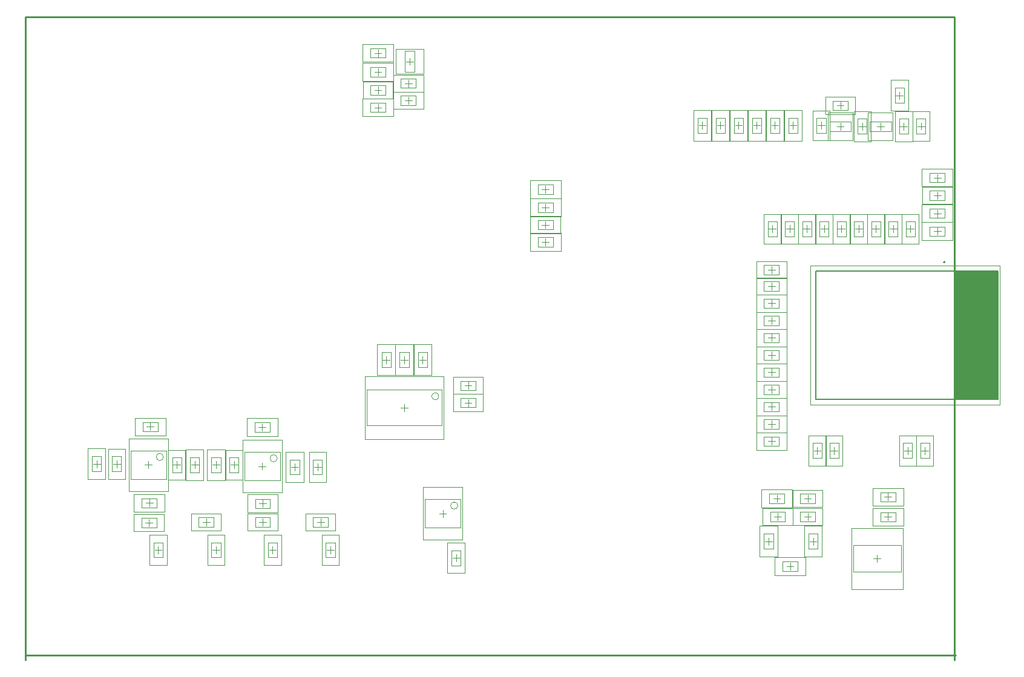
<source format=gko>
G04*
G04 #@! TF.GenerationSoftware,Altium Limited,Altium Designer,22.0.2 (36)*
G04*
G04 Layer_Color=16711935*
%FSLAX44Y44*%
%MOMM*%
G71*
G04*
G04 #@! TF.SameCoordinates,44A75C0C-92E7-4886-82EC-FF5ABF5C97BD*
G04*
G04*
G04 #@! TF.FilePolarity,Positive*
G04*
G01*
G75*
%ADD11C,0.2540*%
%ADD13C,0.2000*%
%ADD14C,0.1000*%
%ADD15C,0.1270*%
%ADD16C,0.0500*%
G36*
X1360670Y364660D02*
X1300670D01*
Y544660D01*
X1360670D01*
Y364660D01*
D02*
G37*
D11*
X1300000Y0D02*
Y900000D01*
X0D02*
X1300000D01*
X1270Y6350D02*
X1301270D01*
X0Y0D02*
Y900000D01*
X1328170Y499660D02*
X1336634D01*
X1340866Y495428D01*
X1336634Y491196D01*
X1328170D01*
X1334518D01*
Y499660D01*
X1328170Y486964D02*
X1340866D01*
X1328170Y478500D01*
X1340866D01*
Y474268D02*
Y465804D01*
Y470036D01*
X1328170D01*
X1340866Y453108D02*
Y461572D01*
X1328170D01*
Y453108D01*
X1334518Y461572D02*
Y457340D01*
X1328170Y448876D02*
X1340866D01*
X1328170Y440412D01*
X1340866D01*
X1328170Y436181D02*
X1340866D01*
X1328170Y427717D01*
X1340866D01*
X1328170Y423485D02*
X1336634D01*
X1340866Y419253D01*
X1336634Y415021D01*
X1328170D01*
X1334518D01*
Y423485D01*
D13*
X1286770Y556660D02*
G03*
X1286770Y556660I-1000J0D01*
G01*
D14*
X578500Y369000D02*
G03*
X578500Y369000I-5000J0D01*
G01*
X605000Y216000D02*
G03*
X605000Y216000I-5000J0D01*
G01*
X352450Y282210D02*
G03*
X352450Y282210I-5000J0D01*
G01*
X193200Y284080D02*
G03*
X193200Y284080I-5000J0D01*
G01*
X1125270Y753760D02*
X1155270D01*
X1125270Y739760D02*
X1155270D01*
Y753760D01*
X1125270Y739760D02*
Y753760D01*
X1158170Y160320D02*
X1225170D01*
X1158170Y123320D02*
X1225170D01*
Y160320D01*
X1158170Y123320D02*
Y160320D01*
X477500Y378000D02*
X582500D01*
X477500Y328000D02*
X582500D01*
Y378000D01*
X477500Y328000D02*
Y378000D01*
X559000Y185000D02*
Y225000D01*
X609000Y185000D02*
Y225000D01*
X559000Y185000D02*
X609000D01*
X559000Y225000D02*
X609000D01*
X306450Y251210D02*
Y291210D01*
X356450Y251210D02*
Y291210D01*
X306450Y251210D02*
X356450D01*
X306450Y291210D02*
X356450D01*
X147200Y253080D02*
Y293080D01*
X197200Y253080D02*
Y293080D01*
X147200Y253080D02*
X197200D01*
X147200Y293080D02*
X197200D01*
X1084060Y232320D02*
X1105060D01*
X1084060Y219320D02*
X1105060D01*
X1084060D02*
Y232320D01*
X1105060Y219320D02*
Y232320D01*
X1042150Y206920D02*
X1063150D01*
X1042150Y193920D02*
X1063150D01*
X1042150D02*
Y206920D01*
X1063150Y193920D02*
Y206920D01*
X1084060D02*
X1105060D01*
X1084060Y193920D02*
X1105060D01*
X1084060D02*
Y206920D01*
X1105060Y193920D02*
Y206920D01*
X525500Y813500D02*
X546500D01*
X525500Y800500D02*
X546500D01*
X525500D02*
Y813500D01*
X546500Y800500D02*
Y813500D01*
X525500Y776500D02*
X546500D01*
X525500Y789500D02*
X546500D01*
Y776500D02*
Y789500D01*
X525500Y776500D02*
Y789500D01*
X596160Y132230D02*
Y153230D01*
X609160Y132230D02*
Y153230D01*
X596160Y132230D02*
X609160D01*
X596160Y153230D02*
X609160D01*
X1033440Y336700D02*
X1054440D01*
X1033440Y323700D02*
X1054440D01*
X1033440D02*
Y336700D01*
X1054440Y323700D02*
Y336700D01*
X1159360Y592750D02*
Y613750D01*
X1172360Y592750D02*
Y613750D01*
X1159360Y592750D02*
X1172360D01*
X1159360Y613750D02*
X1172360D01*
X1033440Y360830D02*
X1054440D01*
X1033440Y347830D02*
X1054440D01*
X1033440D02*
Y360830D01*
X1054440Y347830D02*
Y360830D01*
X1033440Y552600D02*
X1054440D01*
X1033440Y539600D02*
X1054440D01*
X1033440D02*
Y552600D01*
X1054440Y539600D02*
Y552600D01*
X1033440Y396090D02*
X1054440D01*
X1033440Y409090D02*
X1054440D01*
Y396090D02*
Y409090D01*
X1033440Y396090D02*
Y409090D01*
Y312570D02*
X1054440D01*
X1033440Y299570D02*
X1054440D01*
X1033440D02*
Y312570D01*
X1054440Y299570D02*
Y312570D01*
X1033440Y420220D02*
X1054440D01*
X1033440Y433220D02*
X1054440D01*
Y420220D02*
Y433220D01*
X1033440Y420220D02*
Y433220D01*
Y444350D02*
X1054440D01*
X1033440Y457350D02*
X1054440D01*
Y444350D02*
Y457350D01*
X1033440Y444350D02*
Y457350D01*
Y468480D02*
X1054440D01*
X1033440Y481480D02*
X1054440D01*
Y468480D02*
Y481480D01*
X1033440Y468480D02*
Y481480D01*
Y492610D02*
X1054440D01*
X1033440Y505610D02*
X1054440D01*
Y492610D02*
Y505610D01*
X1033440Y492610D02*
Y505610D01*
Y516740D02*
X1054440D01*
X1033440Y529740D02*
X1054440D01*
Y516740D02*
Y529740D01*
X1033440Y516740D02*
Y529740D01*
X1086970Y592750D02*
Y613750D01*
X1099970Y592750D02*
Y613750D01*
X1086970Y592750D02*
X1099970D01*
X1086970Y613750D02*
X1099970D01*
X1183490Y592750D02*
Y613750D01*
X1196490Y592750D02*
Y613750D01*
X1183490Y592750D02*
X1196490D01*
X1183490Y613750D02*
X1196490D01*
X1207620Y592750D02*
Y613750D01*
X1220620Y592750D02*
Y613750D01*
X1207620Y592750D02*
X1220620D01*
X1207620Y613750D02*
X1220620D01*
X1231750Y592750D02*
Y613750D01*
X1244750Y592750D02*
Y613750D01*
X1231750Y592750D02*
X1244750D01*
X1231750Y613750D02*
X1244750D01*
X609012Y390500D02*
X630012D01*
X609012Y377500D02*
X630012D01*
X609012D02*
Y390500D01*
X630012Y377500D02*
Y390500D01*
X609012Y366500D02*
X630012D01*
X609012Y353500D02*
X630012D01*
X609012D02*
Y366500D01*
X630012Y353500D02*
Y366500D01*
X1033440Y384960D02*
X1054440D01*
X1033440Y371960D02*
X1054440D01*
X1033440D02*
Y384960D01*
X1054440Y371960D02*
Y384960D01*
X1051710Y592750D02*
Y613750D01*
X1038710Y592750D02*
Y613750D01*
X1051710D01*
X1038710Y592750D02*
X1051710D01*
X1075840D02*
Y613750D01*
X1062840Y592750D02*
Y613750D01*
X1075840D01*
X1062840Y592750D02*
X1075840D01*
X1124100D02*
Y613750D01*
X1111100Y592750D02*
Y613750D01*
X1124100D01*
X1111100Y592750D02*
X1124100D01*
X1148230D02*
Y613750D01*
X1135230Y592750D02*
Y613750D01*
X1148230D01*
X1135230Y592750D02*
X1148230D01*
X1138070Y282500D02*
Y303500D01*
X1125070Y282500D02*
Y303500D01*
X1138070D01*
X1125070Y282500D02*
X1138070D01*
X1265070D02*
Y303500D01*
X1252070Y282500D02*
Y303500D01*
X1265070D01*
X1252070Y282500D02*
X1265070D01*
X1240940D02*
Y303500D01*
X1227940Y282500D02*
Y303500D01*
X1240940D01*
X1227940Y282500D02*
X1240940D01*
X1246500Y736500D02*
Y757500D01*
X1259500Y736500D02*
Y757500D01*
X1246500Y736500D02*
X1259500D01*
X1246500Y757500D02*
X1259500D01*
X1235510Y736260D02*
Y757260D01*
X1222510Y736260D02*
Y757260D01*
X1235510D01*
X1222510Y736260D02*
X1235510D01*
X1164440D02*
Y757260D01*
X1177440Y736260D02*
Y757260D01*
X1164440Y736260D02*
X1177440D01*
X1164440Y757260D02*
X1177440D01*
X1107100Y737530D02*
Y758530D01*
X1120100Y737530D02*
Y758530D01*
X1107100Y737530D02*
X1120100D01*
X1107100Y758530D02*
X1120100D01*
X1129770Y769470D02*
X1150770D01*
X1129770Y782470D02*
X1150770D01*
Y769470D02*
Y782470D01*
X1129770Y769470D02*
Y782470D01*
X1101500Y282500D02*
Y303500D01*
X1114500Y282500D02*
Y303500D01*
X1101500Y282500D02*
X1114500D01*
X1101500Y303500D02*
X1114500D01*
X162500Y198500D02*
X183500D01*
X162500Y185500D02*
X183500D01*
X162500D02*
Y198500D01*
X183500Y185500D02*
Y198500D01*
X192500Y143500D02*
Y164500D01*
X179500Y143500D02*
Y164500D01*
X192500D01*
X179500Y143500D02*
X192500D01*
X121250Y263850D02*
Y284850D01*
X134250Y263850D02*
Y284850D01*
X121250Y263850D02*
X134250D01*
X121250Y284850D02*
X134250D01*
X242500Y186500D02*
X263500D01*
X242500Y199500D02*
X263500D01*
Y186500D02*
Y199500D01*
X242500Y186500D02*
Y199500D01*
X273500Y143500D02*
Y164500D01*
X260500Y143500D02*
Y164500D01*
X273500D01*
X260500Y143500D02*
X273500D01*
X218500Y262500D02*
Y283500D01*
X205500Y262500D02*
Y283500D01*
X218500D01*
X205500Y262500D02*
X218500D01*
X321500Y199500D02*
X342500D01*
X321500Y186500D02*
X342500D01*
X321500D02*
Y199500D01*
X342500Y186500D02*
Y199500D01*
X352500Y143500D02*
Y164500D01*
X339500Y143500D02*
Y164500D01*
X352500D01*
X339500Y143500D02*
X352500D01*
X285500Y262500D02*
Y283500D01*
X298500Y262500D02*
Y283500D01*
X285500Y262500D02*
X298500D01*
X285500Y283500D02*
X298500D01*
X402500Y186500D02*
X423500D01*
X402500Y199500D02*
X423500D01*
Y186500D02*
Y199500D01*
X402500Y186500D02*
Y199500D01*
X433500Y143500D02*
Y164500D01*
X420500Y143500D02*
Y164500D01*
X433500D01*
X420500Y143500D02*
X433500D01*
X415420Y259440D02*
Y280440D01*
X402420Y259440D02*
Y280440D01*
X415420D01*
X402420Y259440D02*
X415420D01*
X530680Y822620D02*
Y852620D01*
X544680Y822620D02*
Y852620D01*
X530680D02*
X544680D01*
X530680Y822620D02*
X544680D01*
X1181340Y753760D02*
X1211340D01*
X1181340Y739760D02*
X1211340D01*
Y753760D01*
X1181340Y739760D02*
Y753760D01*
X482890Y803830D02*
X503890D01*
X482890Y790830D02*
X503890D01*
X482890D02*
Y803830D01*
X503890Y790830D02*
Y803830D01*
X717110Y615480D02*
X738110D01*
X717110Y602480D02*
X738110D01*
X717110D02*
Y615480D01*
X738110Y602480D02*
Y615480D01*
X1265500Y643500D02*
X1286500D01*
X1265500Y656500D02*
X1286500D01*
Y643500D02*
Y656500D01*
X1265500Y643500D02*
Y656500D01*
X1061880Y219320D02*
Y232320D01*
X1040880Y219320D02*
Y232320D01*
Y219320D02*
X1061880D01*
X1040880Y232320D02*
X1061880D01*
X498500Y430500D02*
X511500D01*
X498500Y409500D02*
X511500D01*
Y430500D01*
X498500Y409500D02*
Y430500D01*
X1067650Y758530D02*
X1080650D01*
X1067650Y737530D02*
X1080650D01*
Y758530D01*
X1067650Y737530D02*
Y758530D01*
X991450D02*
X1004450D01*
X991450Y737530D02*
X1004450D01*
Y758530D01*
X991450Y737530D02*
Y758530D01*
X966050D02*
X979050D01*
X966050Y737530D02*
X979050D01*
Y758530D01*
X966050Y737530D02*
Y758530D01*
X183970Y213240D02*
Y226240D01*
X162970Y213240D02*
Y226240D01*
Y213240D02*
X183970D01*
X162970Y226240D02*
X183970D01*
X185240Y319920D02*
Y332920D01*
X164240Y319920D02*
Y332920D01*
Y319920D02*
X185240D01*
X164240Y332920D02*
X185240D01*
X342500Y212500D02*
Y225500D01*
X321500Y212500D02*
Y225500D01*
Y212500D02*
X342500D01*
X321500Y225500D02*
X342500D01*
X341950Y319320D02*
Y332320D01*
X320950Y319320D02*
Y332320D01*
Y319320D02*
X341950D01*
X320950Y332320D02*
X341950D01*
X1095680Y155630D02*
Y176630D01*
X1108680Y155630D02*
Y176630D01*
X1095680Y155630D02*
X1108680D01*
X1095680Y176630D02*
X1108680D01*
X1196410Y193740D02*
X1217410D01*
X1196410Y206740D02*
X1217410D01*
Y193740D02*
Y206740D01*
X1196410Y193740D02*
Y206740D01*
Y221680D02*
X1217410D01*
X1196410Y234680D02*
X1217410D01*
Y221680D02*
Y234680D01*
X1196410Y221680D02*
Y234680D01*
X1033450Y155630D02*
Y176630D01*
X1046450Y155630D02*
Y176630D01*
X1033450Y155630D02*
X1046450D01*
X1033450Y176630D02*
X1046450D01*
X1059500Y124500D02*
X1080500D01*
X1059500Y137500D02*
X1080500D01*
Y124500D02*
Y137500D01*
X1059500Y124500D02*
Y137500D01*
X562500Y409500D02*
Y430500D01*
X549500Y409500D02*
Y430500D01*
X562500D01*
X549500Y409500D02*
X562500D01*
X536550Y409590D02*
Y430590D01*
X523550Y409590D02*
Y430590D01*
X536550D01*
X523550Y409590D02*
X536550D01*
X482890Y766700D02*
X503890D01*
X482890Y779700D02*
X503890D01*
Y766700D02*
Y779700D01*
X482890Y766700D02*
Y779700D01*
Y816230D02*
X503890D01*
X482890Y829230D02*
X503890D01*
Y816230D02*
Y829230D01*
X482890Y816230D02*
Y829230D01*
Y842900D02*
X503890D01*
X482890Y855900D02*
X503890D01*
Y842900D02*
Y855900D01*
X482890Y842900D02*
Y855900D01*
X717110Y591350D02*
X738110D01*
X717110Y578350D02*
X738110D01*
X717110D02*
Y591350D01*
X738110Y578350D02*
Y591350D01*
X717110Y639610D02*
X738110D01*
X717110Y626610D02*
X738110D01*
X717110D02*
Y639610D01*
X738110Y626610D02*
Y639610D01*
X717110Y665010D02*
X738110D01*
X717110Y652010D02*
X738110D01*
X717110D02*
Y665010D01*
X738110Y652010D02*
Y665010D01*
X1265500Y681500D02*
X1286500D01*
X1265500Y668500D02*
X1286500D01*
X1265500D02*
Y681500D01*
X1286500Y668500D02*
Y681500D01*
X1265500Y593500D02*
X1286500D01*
X1265500Y606500D02*
X1286500D01*
Y593500D02*
Y606500D01*
X1265500Y593500D02*
Y606500D01*
Y618500D02*
X1286500D01*
X1265500Y631500D02*
X1286500D01*
Y618500D02*
Y631500D01*
X1265500Y618500D02*
Y631500D01*
X1229500Y779500D02*
Y800500D01*
X1216500Y779500D02*
Y800500D01*
X1229500D01*
X1216500Y779500D02*
X1229500D01*
X1055250Y737530D02*
Y758530D01*
X1042250Y737530D02*
Y758530D01*
X1055250D01*
X1042250Y737530D02*
X1055250D01*
X1029850D02*
Y758530D01*
X1016850Y737530D02*
Y758530D01*
X1029850D01*
X1016850Y737530D02*
X1029850D01*
X953650D02*
Y758530D01*
X940650Y737530D02*
Y758530D01*
X953650D01*
X940650Y737530D02*
X953650D01*
X93310Y263850D02*
Y284850D01*
X106310Y263850D02*
Y284850D01*
X93310Y263850D02*
X106310D01*
X93310Y284850D02*
X106310D01*
X243500Y262500D02*
Y283500D01*
X230500Y262500D02*
Y283500D01*
X243500D01*
X230500Y262500D02*
X243500D01*
X260500D02*
Y283500D01*
X273500Y262500D02*
Y283500D01*
X260500Y262500D02*
X273500D01*
X260500Y283500D02*
X273500D01*
X383416Y259440D02*
Y280440D01*
X370416Y259440D02*
Y280440D01*
X383416D01*
X370416Y259440D02*
X383416D01*
X1140270Y741760D02*
Y751760D01*
X1135270Y746760D02*
X1145270D01*
X1191670Y136820D02*
Y146820D01*
X1186670Y141820D02*
X1196670D01*
X530000Y348000D02*
Y358000D01*
X525000Y353000D02*
X535000D01*
X579000Y205000D02*
X589000D01*
X584000Y200000D02*
Y210000D01*
X326450Y271210D02*
X336450D01*
X331450Y266210D02*
Y276210D01*
X167200Y273080D02*
X177200D01*
X172200Y268080D02*
Y278080D01*
X1094560Y220820D02*
Y230820D01*
X1089560Y225820D02*
X1099560D01*
X1052650Y195420D02*
Y205420D01*
X1047650Y200420D02*
X1057650D01*
X1094560Y195420D02*
Y205420D01*
X1089560Y200420D02*
X1099560D01*
X536000Y802000D02*
Y812000D01*
X531000Y807000D02*
X541000D01*
X536000Y778000D02*
Y788000D01*
X531000Y783000D02*
X541000D01*
X597660Y142730D02*
X607660D01*
X602660Y137730D02*
Y147730D01*
X1043940Y325200D02*
Y335200D01*
X1038940Y330200D02*
X1048940D01*
X1160860Y603250D02*
X1170860D01*
X1165860Y598250D02*
Y608250D01*
X1043940Y349330D02*
Y359330D01*
X1038940Y354330D02*
X1048940D01*
X1043940Y541100D02*
Y551100D01*
X1038940Y546100D02*
X1048940D01*
X1043940Y397590D02*
Y407590D01*
X1038940Y402590D02*
X1048940D01*
X1043940Y301070D02*
Y311070D01*
X1038940Y306070D02*
X1048940D01*
X1043940Y421720D02*
Y431720D01*
X1038940Y426720D02*
X1048940D01*
X1043940Y445850D02*
Y455850D01*
X1038940Y450850D02*
X1048940D01*
X1043940Y469980D02*
Y479980D01*
X1038940Y474980D02*
X1048940D01*
X1043940Y494110D02*
Y504110D01*
X1038940Y499110D02*
X1048940D01*
X1043940Y518240D02*
Y528240D01*
X1038940Y523240D02*
X1048940D01*
X1088470Y603250D02*
X1098470D01*
X1093470Y598250D02*
Y608250D01*
X1184990Y603250D02*
X1194990D01*
X1189990Y598250D02*
Y608250D01*
X1209120Y603250D02*
X1219120D01*
X1214120Y598250D02*
Y608250D01*
X1233250Y603250D02*
X1243250D01*
X1238250Y598250D02*
Y608250D01*
X619512Y379000D02*
Y389000D01*
X614512Y384000D02*
X624512D01*
X619512Y355000D02*
Y365000D01*
X614512Y360000D02*
X624512D01*
X1043940Y373460D02*
Y383460D01*
X1038940Y378460D02*
X1048940D01*
X1040210Y603250D02*
X1050210D01*
X1045210Y598250D02*
Y608250D01*
X1064340Y603250D02*
X1074340D01*
X1069340Y598250D02*
Y608250D01*
X1112600Y603250D02*
X1122600D01*
X1117600Y598250D02*
Y608250D01*
X1136730Y603250D02*
X1146730D01*
X1141730Y598250D02*
Y608250D01*
X1126570Y293000D02*
X1136570D01*
X1131570Y288000D02*
Y298000D01*
X1253570Y293000D02*
X1263570D01*
X1258570Y288000D02*
Y298000D01*
X1229440Y293000D02*
X1239440D01*
X1234440Y288000D02*
Y298000D01*
X1248000Y747000D02*
X1258000D01*
X1253000Y742000D02*
Y752000D01*
X1224010Y746760D02*
X1234010D01*
X1229010Y741760D02*
Y751760D01*
X1165940Y746760D02*
X1175940D01*
X1170940Y741760D02*
Y751760D01*
X1108600Y748030D02*
X1118600D01*
X1113600Y743030D02*
Y753030D01*
X1140270Y770970D02*
Y780970D01*
X1135270Y775970D02*
X1145270D01*
X1103000Y293000D02*
X1113000D01*
X1108000Y288000D02*
Y298000D01*
X173000Y187000D02*
Y197000D01*
X168000Y192000D02*
X178000D01*
X181000Y154000D02*
X191000D01*
X186000Y149000D02*
Y159000D01*
X122750Y274350D02*
X132750D01*
X127750Y269350D02*
Y279350D01*
X253000Y188000D02*
Y198000D01*
X248000Y193000D02*
X258000D01*
X262000Y154000D02*
X272000D01*
X267000Y149000D02*
Y159000D01*
X207000Y273000D02*
X217000D01*
X212000Y268000D02*
Y278000D01*
X332000Y188000D02*
Y198000D01*
X327000Y193000D02*
X337000D01*
X341000Y154000D02*
X351000D01*
X346000Y149000D02*
Y159000D01*
X287000Y273000D02*
X297000D01*
X292000Y268000D02*
Y278000D01*
X413000Y188000D02*
Y198000D01*
X408000Y193000D02*
X418000D01*
X422000Y154000D02*
X432000D01*
X427000Y149000D02*
Y159000D01*
X403920Y269940D02*
X413920D01*
X408920Y264940D02*
Y274940D01*
X532680Y837620D02*
X542680D01*
X537680Y832620D02*
Y842620D01*
X1196340Y741760D02*
Y751760D01*
X1191340Y746760D02*
X1201340D01*
X493390Y792330D02*
Y802330D01*
X488390Y797330D02*
X498390D01*
X727610Y603980D02*
Y613980D01*
X722610Y608980D02*
X732610D01*
X1276000Y645000D02*
Y655000D01*
X1271000Y650000D02*
X1281000D01*
X1046380Y225820D02*
X1056380D01*
X1051380Y220820D02*
Y230820D01*
X505000Y415000D02*
Y425000D01*
X500000Y420000D02*
X510000D01*
X1074150Y743030D02*
Y753030D01*
X1069150Y748030D02*
X1079150D01*
X997950Y743030D02*
Y753030D01*
X992950Y748030D02*
X1002950D01*
X972550Y743030D02*
Y753030D01*
X967550Y748030D02*
X977550D01*
X168470Y219740D02*
X178470D01*
X173470Y214740D02*
Y224740D01*
X169740Y326420D02*
X179740D01*
X174740Y321420D02*
Y331420D01*
X327000Y219000D02*
X337000D01*
X332000Y214000D02*
Y224000D01*
X326450Y325820D02*
X336450D01*
X331450Y320820D02*
Y330820D01*
X1097180Y166130D02*
X1107180D01*
X1102180Y161130D02*
Y171130D01*
X1206910Y195240D02*
Y205240D01*
X1201910Y200240D02*
X1211910D01*
X1206910Y223180D02*
Y233180D01*
X1201910Y228180D02*
X1211910D01*
X1034950Y166130D02*
X1044950D01*
X1039950Y161130D02*
Y171130D01*
X1070000Y126000D02*
Y136000D01*
X1065000Y131000D02*
X1075000D01*
X551000Y420000D02*
X561000D01*
X556000Y415000D02*
Y425000D01*
X525050Y420090D02*
X535050D01*
X530050Y415090D02*
Y425090D01*
X493390Y768200D02*
Y778200D01*
X488390Y773200D02*
X498390D01*
X493390Y817730D02*
Y827730D01*
X488390Y822730D02*
X498390D01*
X493390Y844400D02*
Y854400D01*
X488390Y849400D02*
X498390D01*
X727610Y579850D02*
Y589850D01*
X722610Y584850D02*
X732610D01*
X727610Y628110D02*
Y638110D01*
X722610Y633110D02*
X732610D01*
X727610Y653510D02*
Y663510D01*
X722610Y658510D02*
X732610D01*
X1276000Y670000D02*
Y680000D01*
X1271000Y675000D02*
X1281000D01*
X1276000Y595000D02*
Y605000D01*
X1271000Y600000D02*
X1281000D01*
X1276000Y620000D02*
Y630000D01*
X1271000Y625000D02*
X1281000D01*
X1218000Y790000D02*
X1228000D01*
X1223000Y785000D02*
Y795000D01*
X1043750Y748030D02*
X1053750D01*
X1048750Y743030D02*
Y753030D01*
X1018350Y748030D02*
X1028350D01*
X1023350Y743030D02*
Y753030D01*
X942150Y748030D02*
X952150D01*
X947150Y743030D02*
Y753030D01*
X94810Y274350D02*
X104810D01*
X99810Y269350D02*
Y279350D01*
X232000Y273000D02*
X242000D01*
X237000Y268000D02*
Y278000D01*
X262000Y273000D02*
X272000D01*
X267000Y268000D02*
Y278000D01*
X371916Y269940D02*
X381916D01*
X376916Y264940D02*
Y274940D01*
D15*
X1360670Y364660D02*
Y544660D01*
X1300670Y364660D02*
X1360670D01*
X1105670D02*
X1300670D01*
X1105670D02*
Y544660D01*
X1300670D01*
X1360670D01*
X1300670Y364660D02*
Y544660D01*
D16*
X1122770Y766010D02*
X1157770D01*
X1122770Y727510D02*
X1157770D01*
Y766010D01*
X1122770Y727510D02*
Y766010D01*
X1155670Y184320D02*
X1227670D01*
X1155670Y99320D02*
X1227670D01*
Y184320D01*
X1155670Y99320D02*
Y184320D01*
X475000Y397000D02*
X585000D01*
X475000Y309000D02*
X585000D01*
Y397000D01*
X475000Y309000D02*
Y397000D01*
X556500Y168000D02*
Y242000D01*
X611500Y168000D02*
Y242000D01*
X556500Y168000D02*
X611500D01*
X556500Y242000D02*
X611500D01*
X303950Y234210D02*
Y308210D01*
X358950Y234210D02*
Y308210D01*
X303950Y234210D02*
X358950D01*
X303950Y308210D02*
X358950D01*
X144700Y236080D02*
Y310080D01*
X199700Y236080D02*
Y310080D01*
X144700Y236080D02*
X199700D01*
X144700Y310080D02*
X199700D01*
X1098170Y552160D02*
X1363170D01*
Y357160D02*
Y552160D01*
X1098170Y357160D02*
X1363170D01*
X1098170D02*
Y552160D01*
X1073560Y237820D02*
X1115560D01*
X1073560Y213820D02*
X1115560D01*
X1073560D02*
Y237820D01*
X1115560Y213820D02*
Y237820D01*
X1031650Y212420D02*
X1073650D01*
X1031650Y188420D02*
X1073650D01*
X1031650D02*
Y212420D01*
X1073650Y188420D02*
Y212420D01*
X1073560D02*
X1115560D01*
X1073560Y188420D02*
X1115560D01*
X1073560D02*
Y212420D01*
X1115560Y188420D02*
Y212420D01*
X515000Y819000D02*
X557000D01*
X515000Y795000D02*
X557000D01*
X515000D02*
Y819000D01*
X557000Y795000D02*
Y819000D01*
X515000Y771000D02*
X557000D01*
X515000Y795000D02*
X557000D01*
Y771000D02*
Y795000D01*
X515000Y771000D02*
Y795000D01*
X590660Y121730D02*
Y163730D01*
X614660Y121730D02*
Y163730D01*
X590660Y121730D02*
X614660D01*
X590660Y163730D02*
X614660D01*
X1022940Y342200D02*
X1064940D01*
X1022940Y318200D02*
X1064940D01*
X1022940D02*
Y342200D01*
X1064940Y318200D02*
Y342200D01*
X1153860Y582250D02*
Y624250D01*
X1177860Y582250D02*
Y624250D01*
X1153860Y582250D02*
X1177860D01*
X1153860Y624250D02*
X1177860D01*
X1022940Y366330D02*
X1064940D01*
X1022940Y342330D02*
X1064940D01*
X1022940D02*
Y366330D01*
X1064940Y342330D02*
Y366330D01*
X1022940Y558100D02*
X1064940D01*
X1022940Y534100D02*
X1064940D01*
X1022940D02*
Y558100D01*
X1064940Y534100D02*
Y558100D01*
X1022940Y390590D02*
X1064940D01*
X1022940Y414590D02*
X1064940D01*
Y390590D02*
Y414590D01*
X1022940Y390590D02*
Y414590D01*
X1022940Y318070D02*
X1064940D01*
X1022940Y294070D02*
X1064940D01*
X1022940D02*
Y318070D01*
X1064940Y294070D02*
Y318070D01*
X1022940Y414720D02*
X1064940D01*
X1022940Y438720D02*
X1064940D01*
Y414720D02*
Y438720D01*
X1022940Y414720D02*
Y438720D01*
Y438850D02*
X1064940D01*
X1022940Y462850D02*
X1064940D01*
Y438850D02*
Y462850D01*
X1022940Y438850D02*
Y462850D01*
Y462980D02*
X1064940D01*
X1022940Y486980D02*
X1064940D01*
Y462980D02*
Y486980D01*
X1022940Y462980D02*
Y486980D01*
Y487110D02*
X1064940D01*
X1022940Y511110D02*
X1064940D01*
Y487110D02*
Y511110D01*
X1022940Y487110D02*
Y511110D01*
Y511240D02*
X1064940D01*
X1022940Y535240D02*
X1064940D01*
Y511240D02*
Y535240D01*
X1022940Y511240D02*
Y535240D01*
X1081470Y582250D02*
Y624250D01*
X1105470Y582250D02*
Y624250D01*
X1081470Y582250D02*
X1105470D01*
X1081470Y624250D02*
X1105470D01*
X1177990Y582250D02*
Y624250D01*
X1201990Y582250D02*
Y624250D01*
X1177990Y582250D02*
X1201990D01*
X1177990Y624250D02*
X1201990D01*
X1202120Y582250D02*
Y624250D01*
X1226120Y582250D02*
Y624250D01*
X1202120Y582250D02*
X1226120D01*
X1202120Y624250D02*
X1226120D01*
X1226250Y582250D02*
Y624250D01*
X1250250Y582250D02*
Y624250D01*
X1226250Y582250D02*
X1250250D01*
X1226250Y624250D02*
X1250250D01*
X598512Y396000D02*
X640512D01*
X598512Y372000D02*
X640512D01*
X598512D02*
Y396000D01*
X640512Y372000D02*
Y396000D01*
X598512Y372000D02*
X640512D01*
X598512Y348000D02*
X640512D01*
X598512D02*
Y372000D01*
X640512Y348000D02*
Y372000D01*
X1022940Y390460D02*
X1064940D01*
X1022940Y366460D02*
X1064940D01*
X1022940D02*
Y390460D01*
X1064940Y366460D02*
Y390460D01*
X1057210Y582250D02*
Y624250D01*
X1033210Y582250D02*
Y624250D01*
X1057210D01*
X1033210Y582250D02*
X1057210D01*
X1081340D02*
Y624250D01*
X1057340Y582250D02*
Y624250D01*
X1081340D01*
X1057340Y582250D02*
X1081340D01*
X1129600D02*
Y624250D01*
X1105600Y582250D02*
Y624250D01*
X1129600D01*
X1105600Y582250D02*
X1129600D01*
X1153730D02*
Y624250D01*
X1129730Y582250D02*
Y624250D01*
X1153730D01*
X1129730Y582250D02*
X1153730D01*
X1143570Y272000D02*
Y314000D01*
X1119570Y272000D02*
Y314000D01*
X1143570D01*
X1119570Y272000D02*
X1143570D01*
X1270570D02*
Y314000D01*
X1246570Y272000D02*
Y314000D01*
X1270570D01*
X1246570Y272000D02*
X1270570D01*
X1246440D02*
Y314000D01*
X1222440Y272000D02*
Y314000D01*
X1246440D01*
X1222440Y272000D02*
X1246440D01*
X1241000Y726000D02*
Y768000D01*
X1265000Y726000D02*
Y768000D01*
X1241000Y726000D02*
X1265000D01*
X1241000Y768000D02*
X1265000D01*
X1241010Y725760D02*
Y767760D01*
X1217010Y725760D02*
Y767760D01*
X1241010D01*
X1217010Y725760D02*
X1241010D01*
X1158940Y725760D02*
Y767760D01*
X1182940Y725760D02*
Y767760D01*
X1158940Y725760D02*
X1182940D01*
X1158940Y767760D02*
X1182940D01*
X1101600Y727030D02*
Y769030D01*
X1125600Y727030D02*
Y769030D01*
X1101600Y727030D02*
X1125600D01*
X1101600Y769030D02*
X1125600D01*
X1119270Y763970D02*
X1161270D01*
X1119270Y787970D02*
X1161270D01*
Y763970D02*
Y787970D01*
X1119270Y763970D02*
Y787970D01*
X1096000Y272000D02*
Y314000D01*
X1120000Y272000D02*
Y314000D01*
X1096000Y272000D02*
X1120000D01*
X1096000Y314000D02*
X1120000D01*
X152000Y204000D02*
X194000D01*
X152000Y180000D02*
X194000D01*
X152000D02*
Y204000D01*
X194000Y180000D02*
Y204000D01*
X198000Y133000D02*
Y175000D01*
X174000Y133000D02*
Y175000D01*
X198000D01*
X174000Y133000D02*
X198000D01*
X115750Y253350D02*
Y295350D01*
X139750Y253350D02*
Y295350D01*
X115750Y253350D02*
X139750D01*
X115750Y295350D02*
X139750D01*
X232000Y181000D02*
X274000D01*
X232000Y205000D02*
X274000D01*
Y181000D02*
Y205000D01*
X232000Y181000D02*
Y205000D01*
X279000Y133000D02*
Y175000D01*
X255000Y133000D02*
Y175000D01*
X279000D01*
X255000Y133000D02*
X279000D01*
X224000Y252000D02*
Y294000D01*
X200000Y252000D02*
Y294000D01*
X224000D01*
X200000Y252000D02*
X224000D01*
X311000Y205000D02*
X353000D01*
X311000Y181000D02*
X353000D01*
X311000D02*
Y205000D01*
X353000Y181000D02*
Y205000D01*
X358000Y133000D02*
Y175000D01*
X334000Y133000D02*
Y175000D01*
X358000D01*
X334000Y133000D02*
X358000D01*
X280000Y252000D02*
Y294000D01*
X304000Y252000D02*
Y294000D01*
X280000Y252000D02*
X304000D01*
X280000Y294000D02*
X304000D01*
X392000Y181000D02*
X434000D01*
X392000Y205000D02*
X434000D01*
Y181000D02*
Y205000D01*
X392000Y181000D02*
Y205000D01*
X439000Y133000D02*
Y175000D01*
X415000Y133000D02*
Y175000D01*
X439000D01*
X415000Y133000D02*
X439000D01*
X420920Y248940D02*
Y290940D01*
X396920Y248940D02*
Y290940D01*
X420920D01*
X396920Y248940D02*
X420920D01*
X518430Y820120D02*
Y855120D01*
X556930Y820120D02*
Y855120D01*
X518430D02*
X556930D01*
X518430Y820120D02*
X556930D01*
X1178840Y766010D02*
X1213840D01*
X1178840Y727510D02*
X1213840D01*
Y766010D01*
X1178840Y727510D02*
Y766010D01*
X472390Y809330D02*
X514390D01*
X472390Y785330D02*
X514390D01*
X472390D02*
Y809330D01*
X514390Y785330D02*
Y809330D01*
X706610Y620980D02*
X748610D01*
X706610Y596980D02*
X748610D01*
X706610D02*
Y620980D01*
X748610Y596980D02*
Y620980D01*
X1255000Y638000D02*
X1297000D01*
X1255000Y662000D02*
X1297000D01*
Y638000D02*
Y662000D01*
X1255000Y638000D02*
Y662000D01*
X1072880Y213320D02*
Y238320D01*
X1029880Y213320D02*
Y238320D01*
Y213320D02*
X1072880D01*
X1029880Y238320D02*
X1072880D01*
X492500Y441500D02*
X517500D01*
X492500Y398500D02*
X517500D01*
Y441500D01*
X492500Y398500D02*
Y441500D01*
X1061650Y769530D02*
X1086650D01*
X1061650Y726530D02*
X1086650D01*
Y769530D01*
X1061650Y726530D02*
Y769530D01*
X985450D02*
X1010450D01*
X985450Y726530D02*
X1010450D01*
Y769530D01*
X985450Y726530D02*
Y769530D01*
X960050D02*
X985050D01*
X960050Y726530D02*
X985050D01*
Y769530D01*
X960050Y726530D02*
Y769530D01*
X194970Y207240D02*
Y232240D01*
X151970Y207240D02*
Y232240D01*
Y207240D02*
X194970D01*
X151970Y232240D02*
X194970D01*
X196240Y313920D02*
Y338920D01*
X153240Y313920D02*
Y338920D01*
Y313920D02*
X196240D01*
X153240Y338920D02*
X196240D01*
X353500Y206500D02*
Y231500D01*
X310500Y206500D02*
Y231500D01*
Y206500D02*
X353500D01*
X310500Y231500D02*
X353500D01*
X352950Y313320D02*
Y338320D01*
X309950Y313320D02*
Y338320D01*
Y313320D02*
X352950D01*
X309950Y338320D02*
X352950D01*
X1089680Y144630D02*
Y187630D01*
X1114680Y144630D02*
Y187630D01*
X1089680Y144630D02*
X1114680D01*
X1089680Y187630D02*
X1114680D01*
X1185410Y187740D02*
X1228410D01*
X1185410Y212740D02*
X1228410D01*
Y187740D02*
Y212740D01*
X1185410Y187740D02*
Y212740D01*
Y215680D02*
X1228410D01*
X1185410Y240680D02*
X1228410D01*
Y215680D02*
Y240680D01*
X1185410Y215680D02*
Y240680D01*
X1027450Y144630D02*
Y187630D01*
X1052450Y144630D02*
Y187630D01*
X1027450Y144630D02*
X1052450D01*
X1027450Y187630D02*
X1052450D01*
X1048500Y118500D02*
X1091500D01*
X1048500Y143500D02*
X1091500D01*
Y118500D02*
Y143500D01*
X1048500Y118500D02*
Y143500D01*
X568500Y398500D02*
Y441500D01*
X543500Y398500D02*
Y441500D01*
X568500D01*
X543500Y398500D02*
X568500D01*
X542550Y398590D02*
Y441590D01*
X517550Y398590D02*
Y441590D01*
X542550D01*
X517550Y398590D02*
X542550D01*
X471890Y760700D02*
X514890D01*
X471890Y785700D02*
X514890D01*
Y760700D02*
Y785700D01*
X471890Y760700D02*
Y785700D01*
Y810230D02*
X514890D01*
X471890Y835230D02*
X514890D01*
Y810230D02*
Y835230D01*
X471890Y810230D02*
Y835230D01*
Y836900D02*
X514890D01*
X471890Y861900D02*
X514890D01*
Y836900D02*
Y861900D01*
X471890Y836900D02*
Y861900D01*
X706110Y597350D02*
X749110D01*
X706110Y572350D02*
X749110D01*
X706110D02*
Y597350D01*
X749110Y572350D02*
Y597350D01*
X706110Y645610D02*
X749110D01*
X706110Y620610D02*
X749110D01*
X706110D02*
Y645610D01*
X749110Y620610D02*
Y645610D01*
X706110Y671010D02*
X749110D01*
X706110Y646010D02*
X749110D01*
X706110D02*
Y671010D01*
X749110Y646010D02*
Y671010D01*
X1254500Y687500D02*
X1297500D01*
X1254500Y662500D02*
X1297500D01*
X1254500D02*
Y687500D01*
X1297500Y662500D02*
Y687500D01*
X1254500Y587500D02*
X1297500D01*
X1254500Y612500D02*
X1297500D01*
Y587500D02*
Y612500D01*
X1254500Y587500D02*
Y612500D01*
X1297500D01*
X1254500Y637500D02*
X1297500D01*
Y612500D02*
Y637500D01*
X1254500Y612500D02*
Y637500D01*
X1235500Y768500D02*
Y811500D01*
X1210500Y768500D02*
Y811500D01*
X1235500D01*
X1210500Y768500D02*
X1235500D01*
X1061250Y726530D02*
Y769530D01*
X1036250Y726530D02*
Y769530D01*
X1061250D01*
X1036250Y726530D02*
X1061250D01*
X1035850D02*
Y769530D01*
X1010850Y726530D02*
Y769530D01*
X1035850D01*
X1010850Y726530D02*
X1035850D01*
X959650D02*
Y769530D01*
X934650Y726530D02*
Y769530D01*
X959650D01*
X934650Y726530D02*
X959650D01*
X87310Y252850D02*
Y295850D01*
X112310Y252850D02*
Y295850D01*
X87310Y252850D02*
X112310D01*
X87310Y295850D02*
X112310D01*
X249500Y251500D02*
Y294500D01*
X224500Y251500D02*
Y294500D01*
X249500D01*
X224500Y251500D02*
X249500D01*
X254500Y251500D02*
Y294500D01*
X279500Y251500D02*
Y294500D01*
X254500Y251500D02*
X279500D01*
X254500Y294500D02*
X279500D01*
X389416Y248440D02*
Y291440D01*
X364416Y248440D02*
Y291440D01*
X389416D01*
X364416Y248440D02*
X389416D01*
M02*

</source>
